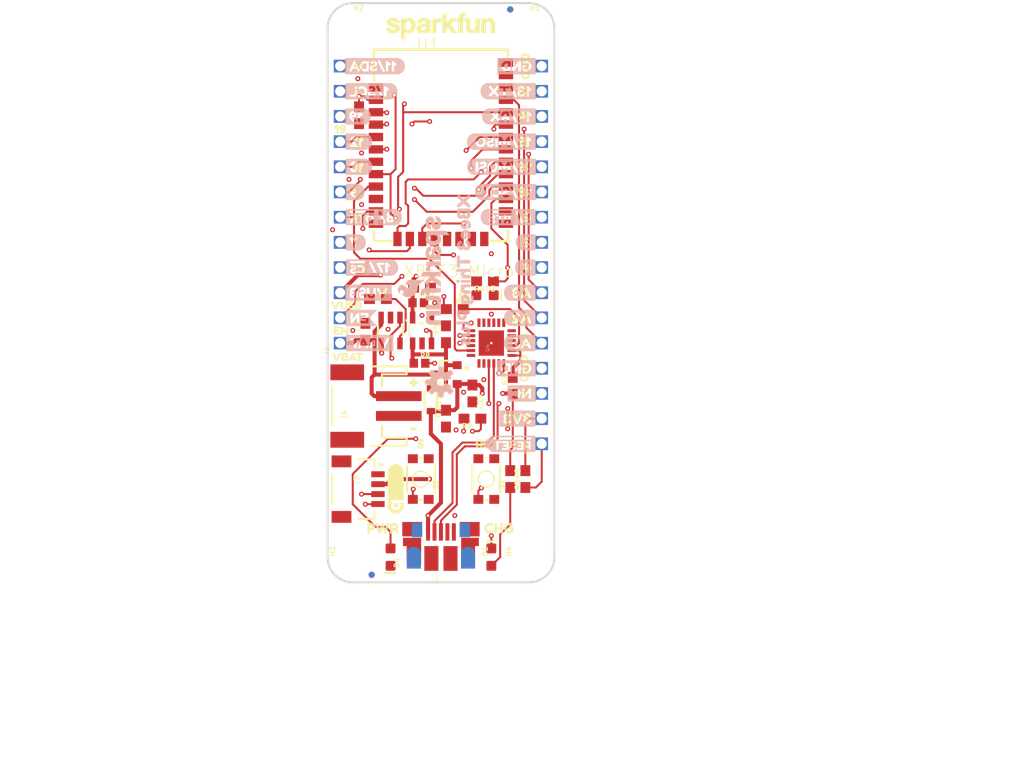
<source format=kicad_pcb>
(kicad_pcb (version 20211014) (generator pcbnew)
  (layers (0 "F.Cu" signal) (1 "In1.Cu" signal) (2 "In2.Cu" signal) (31 "B.Cu" signal) (34 "B.Paste" user) (35 "F.Paste" user) (36 "B.SilkS" user "B.Silkscreen") (37 "F.SilkS" user "F.Silkscreen") (38 "B.Mask" user) (39 "F.Mask" user) (44 "Edge.Cuts" user))
  (net 0 "")
  (net 1 "~{RST}")
  (net 2 "D7")
  (net 3 "D6")
  (net 4 "D8")
  (net 5 "A0")
  (net 6 "A2")
  (net 7 "A3")
  (net 8 "D10")
  (net 9 "D11")
  (net 10 "D1")
  (net 11 "MISO")
  (net 12 "MOSI")
  (net 13 "SCK")
  (net 14 "D4")
  (net 15 "D5")
  (net 16 "D9")
  (net 17 "D12")
  (net 18 "D19")
  (net 19 "GND")
  (net 20 "3.3V")
  (net 21 "V_USB")
  (net 22 "D-")
  (net 23 "D+")
  (net 24 "N$2")
  (net 25 "D13")
  (net 26 "D14")
  (net 27 "N$3")
  (net 28 "V_BATT")
  (net 29 "EN")
  (net 30 "N$17")
  (net 31 "CHG")
  (net 32 "N$14")
  (net 33 "N$4")
  (net 34 "N$5")
  (net 35 "N$6")
  (net 36 "D17")
  (net 37 "N$1")
  (footprint "boardEagle:CREATIVE_COMMONS" (layer "F.Cu") (at 124.3711 153.2636)
    (fp_text reference "FRAME1" hide)
    (fp_text value "FRAME-LETTER" hide)
  )
  (footprint "boardEagle:185" (layer "F.Cu") (at 155.3591 94.8436)
    (fp_text reference "U$34" hide)
    (fp_text value "" hide)
  )
  (footprint "boardEagle:1X12_SM_SQ_NOSILK" (layer "F.Cu") (at 138.3411 110.0836 90)
    (fp_text reference "J1")
    (fp_text value "")
  )
  (footprint "boardEagle:SOT23-5" (layer "F.Cu") (at 146.5961 108.8136)
    (fp_text reference "U3")
    (fp_text value "AP2112K-3.3V")
  )
  (footprint "boardEagle:TACTILE_SWITCH_SMD_4.6X2.8MM" (layer "F.Cu") (at 153.0731 123.7996 -90)
    (fp_text reference "S1")
    (fp_text value "RESET")
  )
  (footprint "boardEagle:51" (layer "F.Cu") (at 145.3261 120.2436)
    (fp_text reference "U$57" hide)
    (fp_text value "" hide)
  )
  (footprint "boardEagle:0402" (layer "F.Cu") (at 146.2151 106.0196)
    (fp_text reference "C10")
    (fp_text value "1.0uF")
  )
  (footprint "boardEagle:921" (layer "F.Cu") (at 138.8491 94.8436)
    (fp_text reference "U$50" hide)
    (fp_text value "" hide)
  )
  (footprint "boardEagle:131" (layer "F.Cu") (at 155.3591 84.6836)
    (fp_text reference "U$30" hide)
    (fp_text value "" hide)
  )
  (footprint "boardEagle:1X16_SM_SQ_NOSILK" (layer "F.Cu") (at 158.6611 120.2436 90)
    (fp_text reference "J2")
    (fp_text value "")
  )
  (footprint "boardEagle:LED-0603" (layer "F.Cu") (at 152.9461 105.2576)
    (fp_text reference "D3")
    (fp_text value "BLUE")
  )
  (footprint "boardEagle:SOT23-3@1" (layer "F.Cu") (at 149.1361 113.2586 90)
    (fp_text reference "Q1")
    (fp_text value "2.5A/30V")
  )
  (footprint "boardEagle:SFE_LOGO_NAME_.1" (layer "F.Cu") (at 148.5011 78.2066)
    (fp_text reference "U$20" hide)
    (fp_text value "" hide)
  )
  (footprint "boardEagle:PWR0" (layer "F.Cu") (at 140.1191 128.7526)
    (fp_text reference "U$56" hide)
    (fp_text value "" hide)
  )
  (footprint "boardEagle:NC13" (layer "F.Cu") (at 156.8831 116.8146 90)
    (fp_text reference "U$42" hide)
    (fp_text value "" hide)
  )
  (footprint "boardEagle:QFN24" (layer "F.Cu") (at 153.5811 110.0836 90)
    (fp_text reference "U4")
    (fp_text value "CP210X")
  )
  (footprint "boardEagle:CHG1" (layer "F.Cu") (at 151.9301 128.7526)
    (fp_text reference "U$61" hide)
    (fp_text value "" hide)
  )
  (footprint "boardEagle:0603" (layer "F.Cu") (at 140.8811 108.9406 90)
    (fp_text reference "C6")
    (fp_text value "4.7uF")
  )
  (footprint "boardEagle:0603" (layer "F.Cu") (at 149.0091 109.1946 90)
    (fp_text reference "C7")
    (fp_text value "1.0uF")
  )
  (footprint "boardEagle:1116" (layer "F.Cu") (at 138.7221 82.1436)
    (fp_text reference "U$45" hide)
    (fp_text value "" hide)
  )
  (footprint "boardEagle:0603" (layer "F.Cu") (at 155.4861 123.7996 -90)
    (fp_text reference "R3")
    (fp_text value "1k")
  )
  (footprint "boardEagle:LED-0603" (layer "F.Cu") (at 153.5811 131.6736 90)
    (fp_text reference "D1")
    (fp_text value "Yellow")
  )
  (footprint "boardEagle:0603" (layer "F.Cu") (at 149.8981 106.6546)
    (fp_text reference "R1")
    (fp_text value "1k")
  )
  (footprint "boardEagle:#2" (layer "F.Cu") (at 144.1831 118.4656)
    (fp_text reference "U$66" hide)
    (fp_text value "" hide)
  )
  (footprint "boardEagle:1219" (layer "F.Cu") (at 138.8491 89.7636)
    (fp_text reference "U$48" hide)
    (fp_text value "" hide)
  )
  (footprint "boardEagle:#RST15" (layer "F.Cu") (at 154.4701 120.1166)
    (fp_text reference "U$44" hide)
    (fp_text value "" hide)
  )
  (footprint "boardEagle:A39" (layer "F.Cu") (at 154.8511 105.0036)
    (fp_text reference "U$38" hide)
    (fp_text value "" hide)
  )
  (footprint "boardEagle:164" (layer "F.Cu") (at 155.3591 92.3036)
    (fp_text reference "U$33" hide)
    (fp_text value "" hide)
  )
  (footprint "boardEagle:SOD-323" (layer "F.Cu") (at 147.4851 115.7986 -90)
    (fp_text reference "D2")
    (fp_text value "1A/620mV")
  )
  (footprint "boardEagle:STAND-OFF" (layer "F.Cu") (at 139.6111 131.6736 90)
    (fp_text reference "H3")
    (fp_text value "STAND-OFF")
  )
  (footprint "boardEagle:0603" (layer "F.Cu") (at 151.6761 117.7036 180)
    (fp_text reference "R9")
    (fp_text value "1k")
  )
  (footprint "boardEagle:0603" (layer "F.Cu") (at 140.2461 87.0966 -90)
    (fp_text reference "C1")
    (fp_text value "1.0uF")
  )
  (footprint "boardEagle:0603" (layer "F.Cu") (at 152.9461 103.8606 180)
    (fp_text reference "R4")
    (fp_text value "1k")
  )
  (footprint "boardEagle:SOT23-5" (layer "F.Cu") (at 143.4211 108.8136 180)
    (fp_text reference "U2")
    (fp_text value "MCP73831")
  )
  (footprint "boardEagle:QWIIC_5MM" (layer "F.Cu") (at 143.9291 124.8156 90)
    (fp_text reference "U$63" hide)
    (fp_text value "QWIIC_LOGO_5MM" hide)
  )
  (footprint "boardEagle:0603" (layer "F.Cu") (at 151.6761 115.1636 -90)
    (fp_text reference "C19")
    (fp_text value "4.7uF")
  )
  (footprint "boardEagle:1020" (layer "F.Cu") (at 138.8491 92.3036)
    (fp_text reference "U$49" hide)
    (fp_text value "" hide)
  )
  (footprint "boardEagle:0603" (layer "F.Cu") (at 149.0091 117.7036 90)
    (fp_text reference "R7")
    (fp_text value "10k")
  )
  (footprint "boardEagle:A210" (layer "F.Cu") (at 154.8511 107.5436)
    (fp_text reference "U$39" hide)
    (fp_text value "" hide)
  )
  (footprint "boardEagle:FIDUCIAL-MICRO" (layer "F.Cu") (at 141.5161 133.4516)
    (fp_text reference "FD1" hide)
    (fp_text value "FIDUCIALUFIDUCIAL" hide)
  )
  (footprint "boardEagle:STAND-OFF" (layer "F.Cu") (at 157.3911 131.6736 90)
    (fp_text reference "H4")
    (fp_text value "STAND-OFF")
  )
  (footprint "boardEagle:66" (layer "F.Cu") (at 155.8671 97.3836)
    (fp_text reference "U$35" hide)
    (fp_text value "" hide)
  )
  (footprint "boardEagle:57" (layer "F.Cu") (at 155.7401 99.9236)
    (fp_text reference "U$36" hide)
    (fp_text value "" hide)
  )
  (footprint "boardEagle:STAND-OFF" (layer "F.Cu") (at 139.6111 78.3336)
    (fp_text reference "H2")
    (fp_text value "STAND-OFF")
  )
  (footprint "boardEagle:0402" (layer "F.Cu") (at 146.3421 112.1156)
    (fp_text reference "R8")
    (fp_text value "100K")
  )
  (footprint "boardEagle:LED-0603" (layer "F.Cu") (at 143.4211 131.6736 -90)
    (fp_text reference "D4")
    (fp_text value "RED")
  )
  (footprint "boardEagle:0603" (layer "F.Cu") (at 142.1511 105.6386)
    (fp_text reference "R6")
    (fp_text value "2.0k")
  )
  (footprint "boardEagle:XBEE3" (layer "F.Cu") (at 148.5011 90.1446)
    (fp_text reference "U1")
    (fp_text value "XBEE3_Micro")
  )
  (footprint "boardEagle:1918" (layer "F.Cu") (at 136.9441 88.4936)
    (fp_text reference "U$47" hide)
    (fp_text value "" hide)
  )
  (footprint "boardEagle:TACTILE_SWITCH_SMD_4.6X2.8MM" (layer "F.Cu") (at 146.4691 123.7996 -90)
    (fp_text reference "S2")
    (fp_text value "5")
  )
  (footprint "boardEagle:EN3" (layer "F.Cu") (at 136.9441 108.8136)
    (fp_text reference "U$55" hide)
    (fp_text value "" hide)
  )
  (footprint "boardEagle:FIDUCIAL-MICRO" (layer "F.Cu") (at 155.4861 76.4286)
    (fp_text reference "FD3" hide)
    (fp_text value "FIDUCIALUFIDUCIAL" hide)
  )
  (footprint "boardEagle:0603" (layer "F.Cu") (at 157.0101 123.7996 90)
    (fp_text reference "R5")
    (fp_text value "10k")
  )
  (footprint "boardEagle:RST0" (layer "F.Cu") (at 151.1681 120.2436)
    (fp_text reference "U$58" hide)
    (fp_text value "" hide)
  )
  (footprint "boardEagle:VBAT2" (layer "F.Cu") (at 136.8171 111.4806)
    (fp_text reference "U$60" hide)
    (fp_text value "" hide)
  )
  (footprint "boardEagle:JST04_1MM_RA" (layer "F.Cu") (at 142.1511 124.8156 -90)
    (fp_text reference "J3")
    (fp_text value "")
  )
  (footprint "boardEagle:USB-MICROB-PTH-MILL" (layer "F.Cu") (at 148.5011 129.1336)
    (fp_text reference "J5")
    (fp_text value "")
  )
  (footprint "boardEagle:GND12" (layer "F.Cu") (at 156.8831 114.7826 90)
    (fp_text reference "U$41" hide)
    (fp_text value "" hide)
  )
  (footprint "boardEagle:117" (layer "F.Cu") (at 138.8491 84.6836)
    (fp_text reference "U$46" hide)
    (fp_text value "" hide)
  )
  (footprint "boardEagle:STAND-OFF" (layer "F.Cu") (at 157.3911 78.3336)
    (fp_text reference "H1")
    (fp_text value "STAND-OFF")
  )
  (footprint "boardEagle:170" (layer "F.Cu") (at 138.8491 102.4636)
    (fp_text reference "U$29" hide)
    (fp_text value "" hide)
  )
  (footprint "boardEagle:822" (layer "F.Cu") (at 138.8491 97.3836)
    (fp_text reference "U$51" hide)
    (fp_text value "" hide)
  )
  (footprint "boardEagle:JST-2-SMD" (layer "F.Cu") (at 140.5509 116.4336 90)
    (fp_text reference "J4")
    (fp_text value "")
  )
  (footprint "boardEagle:0603" (layer "F.Cu") (at 155.7401 114.4016 90)
    (fp_text reference "R2")
    (fp_text value "10")
  )
  (footprint "boardEagle:3V314" (layer "F.Cu") (at 154.0891 117.7036)
    (fp_text reference "U$43" hide)
    (fp_text value "" hide)
  )
  (footprint "boardEagle:153" (layer "F.Cu") (at 155.2321 89.7636)
    (fp_text reference "U$32" hide)
    (fp_text value "" hide)
  )
  (footprint "boardEagle:#1" (layer "F.Cu") (at 144.1831 113.8936)
    (fp_text reference "U$64" hide)
    (fp_text value "" hide)
  )
  (footprint "boardEagle:142" (layer "F.Cu") (at 155.3591 87.2236)
    (fp_text reference "U$31" hide)
    (fp_text value "" hide)
  )
  (footprint "boardEagle:VUSB4" (layer "F.Cu") (at 136.6901 106.2736)
    (fp_text reference "U$54" hide)
    (fp_text value "" hide)
  )
  (footprint "boardEagle:GND12" (layer "F.Cu") (at 157.0101 84.3026 90)
    (fp_text reference "U$62" hide)
    (fp_text value "" hide)
  )
  (footprint "boardEagle:723" (layer "F.Cu") (at 138.8491 99.9236)
    (fp_text reference "U$52" hide)
    (fp_text value "" hide)
  )
  (footprint "boardEagle:44" (layer "F.Cu") (at 149.3901 105.2576)
    (fp_text reference "U$59" hide)
    (fp_text value "" hide)
  )
  (footprint "boardEagle:48" (layer "F.Cu") (at 155.8671 102.4636)
    (fp_text reference "U$37" hide)
    (fp_text value "" hide)
  )
  (footprint "boardEagle:0603" (layer "F.Cu") (at 146.5961 104.4956)
    (fp_text reference "C2")
    (fp_text value "10uF")
  )
  (footprint "boardEagle:A011" (layer "F.Cu") (at 156.8831 111.6076 90)
    (fp_text reference "U$40" hide)
    (fp_text value "" hide)
  )
  (footprint "boardEagle:#RTS1" (layer "B.Cu") (at 156.6291 97.3836 180)
    (fp_text reference "U$68" hide)
    (fp_text value "" hide)
  )
  (footprint "boardEagle:#DTR3" (layer "B.Cu") (at 142.7861 97.3836 180)
    (fp_text reference "U$69" hide)
    (fp_text value "" hide)
  )
  (footprint "boardEagle:47" (layer "B.Cu") (at 158.5341 102.4636 180)
    (fp_text reference "U$8" hide)
    (fp_text value "" hide)
  )
  (footprint "boardEagle:17#4" (layer "B.Cu") (at 144.3101 102.4636 180)
    (fp_text reference "U$71" hide)
    (fp_text value "" hide)
  )
  (footprint "boardEagle:14#RX13" (layer "B.Cu") (at 158.5341 87.2236 180)
    (fp_text reference "U$14" hide)
    (fp_text value "" hide)
  )
  (footprint "boardEagle:OSHW-LOGO-S" (layer "B.Cu") (at 148.5011 114.0206 -90)
    (fp_text reference "LOGO2" hide)
    (fp_text value "OSHW-LOGOS" hide)
  )
  (footprint "boardEagle:FIDUCIAL-MICRO" (layer "B.Cu") (at 141.5161 133.4516 180)
    (fp_text reference "FD2" hide)
    (fp_text value "FIDUCIALUFIDUCIAL" hide)
  )
  (footprint "boardEagle:921" (layer "B.Cu") (at 140.8811 94.8436 180)
    (fp_text reference "U$23" hide)
    (fp_text value "" hide)
  )
  (footprint "boardEagle:EN17" (layer "B.Cu") (at 142.1511 107.5436 180)
    (fp_text reference "U$18" hide)
    (fp_text value "" hide)
  )
  (footprint "boardEagle:8#2" (layer "B.Cu") (at 144.6911 97.3836 180)
    (fp_text reference "U$70" hide)
    (fp_text value "" hide)
  )
  (footprint "boardEagle:13#TX14" (layer "B.Cu") (at 158.5341 84.6836 180)
    (fp_text reference "U$15" hide)
    (fp_text value "" hide)
  )
  (footprint "boardEagle:15#MISO12" (layer "B.Cu") (at 158.5341 89.7636 180)
    (fp_text reference "U$13" hide)
    (fp_text value "" hide)
  )
  (footprint "boardEagle:GND3" (layer "B.Cu") (at 158.5341 112.6236 180)
    (fp_text reference "U$4" hide)
    (fp_text value "" hide)
  )
  (footprint "boardEagle:3V31" (layer "B.Cu") (at 158.5341 117.7036 180)
    (fp_text reference "U$2" hide)
    (fp_text value "" hide)
  )
  (footprint "boardEagle:FIDUCIAL-MICRO" (layer "B.Cu") (at 155.4861 76.4286 180)
    (fp_text reference "FD4" hide)
    (fp_text value "FIDUCIALUFIDUCIAL" hide)
  )
  (footprint "boardEagle:A26" (layer "B.Cu") (at 158.5341 107.5436 180)
    (fp_text reference "U$6" hide)
    (fp_text value "" hide)
  )
  (footprint "boardEagle:VUSB18" (layer "B.Cu") (at 144.0561 105.0036 180)
    (fp_text reference "U$19" hide)
    (fp_text value "" hide)
  )
  (footprint "boardEagle:1#SCL25" (layer "B.Cu") (at 144.1831 84.6836 180)
    (fp_text reference "U$27" hide)
    (fp_text value "" hide)
  )
  (footprint "boardEagle:6#0" (layer "B.Cu") (at 158.5341 97.3836 180)
    (fp_text reference "U$67" hide)
    (fp_text value "" hide)
  )
  (footprint "boardEagle:NC2" (layer "B.Cu") (at 158.5341 115.1636 180)
    (fp_text reference "U$3" hide)
    (fp_text value "" hide)
  )
  (footprint "boardEagle:16#MOSI11" (layer "B.Cu") (at 158.5976 92.3036 180)
    (fp_text reference "U$12" hide)
    (fp_text value "" hide)
  )
  (footprint "boardEagle:GND3" (layer "B.Cu") (at 158.5341 82.1436 180)
    (fp_text reference "U$16" hide)
    (fp_text value "" hide)
  )
  (footprint "boardEagle:58" (layer "B.Cu") (at 158.5341 99.9236 180)
    (fp_text reference "U$9" hide)
    (fp_text value "" hide)
  )
  (footprint "boardEagle:1022" (layer "B.Cu") (at 141.6431 92.3036 180)
    (fp_text reference "U$24" hide)
    (fp_text value "" hide)
  )
  (footprint "boardEagle:#CS5" (layer "B.Cu") (at 141.8971 102.4636 180)
    (fp_text reference "U$72" hide)
    (fp_text value "" hide)
  )
  (footprint "boardEagle:SFE_LOGO_NAME_FLAME_.1" (layer "B.Cu") (at 147.8661 102.8446 -90)
    (fp_text reference "LOGO1" hide)
    (fp_text value "SFE_LOGO_NAME_FLAME.1_INCH" hide)
  )
  (footprint "boardEagle:1924" (layer "B.Cu") (at 141.5161 87.2236 180)
    (fp_text reference "U$26" hide)
    (fp_text value "" hide)
  )
  (footprint "boardEagle:1223" (layer "B.Cu") (at 141.6431 89.7636 180)
    (fp_text reference "U$25" hide)
    (fp_text value "" hide)
  )
  (footprint "boardEagle:A35" (layer "B.Cu") (at 158.5341 105.0036 180)
    (fp_text reference "U$7" hide)
    (fp_text value "" hide)
  )
  (footprint "boardEagle:#RESET0" (layer "B.Cu") (at 158.6611 120.2436 180)
    (fp_text reference "U$1" hide)
    (fp_text value "" hide)
  )
  (footprint "boardEagle:719" (layer "B.Cu") (at 141.0081 99.9236 180)
    (fp_text reference "U$21" hide)
    (fp_text value "" hide)
  )
  (footprint "boardEagle:VBAT16" (layer "B.Cu") (at 144.1831 110.0836 180)
    (fp_text reference "U$17" hide)
    (fp_text value "" hide)
  )
  (footprint "boardEagle:18#SCK10" (layer "B.Cu") (at 158.5341 94.8436 180)
    (fp_text reference "U$11" hide)
    (fp_text value "" hide)
  )
  (footprint "boardEagle:XBEE3_THING_PLUS0" (layer "B.Cu") (at 150.7871 93.9546 -90)
    (fp_text reference "U$65" hide)
    (fp_text value "" hide)
  )
  (footprint "boardEagle:11#SDA26" (layer "B.Cu") (at 144.9451 82.1436 180)
    (fp_text reference "U$28" hide)
    (fp_text value "" hide)
  )
  (footprint "boardEagle:A04" (layer "B.Cu") (at 158.5341 110.0836 180)
    (fp_text reference "U$5" hide)
    (fp_text value "" hide)
  )
  (gr_arc (start 157.3911 75.7936) (mid 159.187151 76.537549) (end 159.9311 78.3336) (layer "Edge.Cuts") (width 0.2032))
  (gr_arc (start 137.0711 78.3336) (mid 137.815049 76.537549) (end 139.6111 75.7936) (layer "Edge.Cuts") (width 0.2032))
  (gr_line (start 157.3911 75.7936) (end 139.6111 75.7936) (layer "Edge.Cuts") (width 0.2032))
  (gr_line (start 159.9311 131.6736) (end 159.9311 78.3336) (layer "Edge.Cuts") (width 0.2032))
  (gr_arc (start 159.9311 131.6736) (mid 159.187151 133.469651) (end 157.3911 134.2136) (layer "Edge.Cuts") (width 0.2032))
  (gr_line (start 139.6111 134.2136) (end 157.3911 134.2136) (layer "Edge.Cuts") (width 0.2032))
  (gr_arc (start 139.6111 134.2136) (mid 137.815049 133.469651) (end 137.0711 131.6736) (layer "Edge.Cuts") (width 0.2032))
  (gr_line (start 137.0711 78.3336) (end 137.0711 131.6736) (layer "Edge.Cuts") (width 0.2032))
  (segment (start 143.0401 90.545919) (end 143.0401 90.5256) (width 0.2032) (layer "F.Cu") (net 1))
  (segment (start 152.2731 125.8496) (end 152.2731 124.9806) (width 0.2032) (layer "F.Cu") (net 1))
  (segment (start 158.6611 124.0536) (end 158.6611 120.2436) (width 0.2032) (layer "F.Cu") (net 1))
  (segment (start 157.0101 124.6496) (end 158.0651 124.6496) (width 0.2032) (layer "F.Cu") (net 1))
  (segment (start 152.2731 124.9806) (end 152.5651 124.6886) (width 0.2032) (layer "F.Cu") (net 1))
  (segment (start 141.9479 90.545919) (end 143.0401 90.545919) (width 0.2032) (layer "F.Cu") (net 1))
  (segment (start 158.0651 124.6496) (end 158.6611 124.0536) (width 0.2032) (layer "F.Cu") (net 1))
  (via blind (at 152.5651 124.6886) (size 0.508) (drill 0.254) (layers "F.Cu" "In1.Cu") (net 1))
  (via blind (at 143.0401 90.5256) (size 0.508) (drill 0.254) (layers "F.Cu" "In1.Cu") (net 1))
  (segment (start 155.0543 94.29496) (end 153.74874 94.29496) (width 0.2032) (layer "F.Cu") (net 2))
  (segment (start 153.3779 95.1738) (end 151.71674 96.83496) (width 0.2032) (layer "F.Cu") (net 2))
  (segment (start 151.71674 96.83496) (end 147.063459 96.83496) (width 0.2032) (layer "F.Cu") (net 2))
  (segment (start 153.3779 94.6658) (end 153.3779 95.1738) (width 0.2032) (layer "F.Cu") (net 2))
  (segment (start 145.8341 95.6056) (end 147.063459 96.83496) (width 0.2032) (layer "F.Cu") (net 2))
  (segment (start 153.74874 94.29496) (end 153.3779 94.6658) (width 0.2032) (layer "F.Cu") (net 2))
  (via blind (at 145.8341 95.6056) (size 0.508) (drill 0.254) (layers "F.Cu" "In1.Cu") (net 2))
  (segment (start 152.6921 90.545919) (end 151.5491 91.688919) (width 0.2032) (layer "F.Cu") (net 3))
  (segment (start 155.0543 90.545919) (end 152.6921 90.545919) (width 0.2032) (layer "F.Cu") (net 3))
  (segment (start 150.9141 108.0516) (end 150.7871 108.1786) (width 0.2032) (layer "F.Cu") (net 3))
  (segment (start 150.7871 108.6866) (end 150.7871 108.1786) (width 0.2032) (layer "F.Cu") (net 3))
  (segment (start 150.9141 108.0516) (end 151.5491 108.0516) (width 0.2032) (layer "F.Cu") (net 3))
  (segment (start 151.5491 91.688919) (end 151.5491 92.450919) (width 0.2032) (layer "F.Cu") (net 3))
  (segment (start 151.5311 108.8336) (end 150.9341 108.8336) (width 0.2032) (layer "F.Cu") (net 3))
  (segment (start 150.9341 108.8336) (end 150.7871 108.6866) (width 0.2032) (layer "F.Cu") (net 3))
  (via blind (at 151.5491 92.450919) (size 0.508) (drill 0.254) (layers "F.Cu" "In1.Cu") (net 3))
  (via blind (at 151.5491 108.0516) (size 0.508) (drill 0.254) (layers "F.Cu" "In1.Cu") (net 3))
  (segment (start 138.3411 97.3836) (end 139.7381 97.3836) (width 0.2032) (layer "F.Cu") (net 4))
  (segment (start 140.3731 101.5746) (end 147.3073 101.5746) (width 0.2032) (layer "F.Cu") (net 4))
  (segment (start 139.7381 95.7326) (end 139.7381 97.3836) (width 0.2032) (layer "F.Cu") (net 4))
  (segment (start 147.3073 101.5746) (end 149.8981 104.1654) (width 0.2032) (layer "F.Cu") (net 4))
  (segment (start 151.5311 110.8336) (end 150.0893 110.8336) (width 0.2032) (layer "F.Cu") (net 4))
  (segment (start 139.7381 100.9396) (end 140.3731 101.5746) (width 0.2032) (layer "F.Cu") (net 4))
  (segment (start 150.0893 110.8336) (end 149.8981 110.6424) (width 0.2032) (layer "F.Cu") (net 4))
  (segment (start 149.8981 110.6424) (end 149.8981 104.1654) (width 0.2032) (layer "F.Cu") (net 4))
  (segment (start 141.9479 94.29496) (end 141.17574 94.29496) (width 0.2032) (layer "F.Cu") (net 4))
  (segment (start 139.7381 97.3836) (end 139.7381 100.9396) (width 0.2032) (layer "F.Cu") (net 4))
  (segment (start 141.17574 94.29496) (end 139.7381 95.7326) (width 0.2032) (layer "F.Cu") (net 4))
  (segment (start 157.1117 107.2642) (end 156.3751 106.5276) (width 0.2032) (layer "F.Cu") (net 5))
  (segment (start 155.8417 85.5472) (end 156.3751 86.0806) (width 0.2032) (layer "F.Cu") (net 5))
  (segment (start 155.0543 85.5472) (end 155.8417 85.5472) (width 0.2032) (layer "F.Cu") (net 5))
  (segment (start 158.6611 110.0836) (end 157.1117 108.5342) (width 0.2032) (layer "F.Cu") (net 5))
  (segment (start 157.1117 108.5342) (end 157.1117 107.2642) (width 0.2032) (layer "F.Cu") (net 5))
  (segment (start 156.3751 86.0806) (end 156.3751 106.5276) (width 0.2032) (layer "F.Cu") (net 5))
  (segment (start 153.8351 88.2396) (end 153.8351 88.4936) (width 0.2032) (layer "F.Cu") (net 6))
  (segment (start 156.8831 88.4936) (end 156.8831 105.7656) (width 0.2032) (layer "F.Cu") (net 6))
  (segment (start 154.02814 88.04656) (end 153.8351 88.2396) (width 0.2032) (layer "F.Cu") (net 6))
  (segment (start 155.0543 88.04656) (end 154.02814 88.04656) (width 0.2032) (layer "F.Cu") (net 6))
  (segment (start 156.8831 105.7656) (end 158.6611 107.5436) (width 0.2032) (layer "F.Cu") (net 6))
  (via blind (at 156.8831 88.4936) (size 0.508) (drill 0.254) (layers "F.Cu" "In1.Cu") (net 6))
  (via blind (at 153.8351 88.4936) (size 0.508) (drill 0.254) (layers "F.Cu" "In1.Cu") (net 6))
  (segment (start 152.397459 89.296241) (end 151.0411 90.6526) (width 0.2032) (layer "F.Cu") (net 7))
  (segment (start 157.3403 91.0336) (end 157.3403 103.6828) (width 0.2032) (layer "F.Cu") (net 7))
  (segment (start 155.0543 89.296241) (end 152.397459 89.296241) (width 0.2032) (layer "F.Cu") (net 7))
  (segment (start 157.3403 103.6828) (end 158.6611 105.0036) (width 0.2032) (layer "F.Cu") (net 7))
  (via blind (at 157.3403 91.0336) (size 0.508) (drill 0.254) (layers "F.Cu" "In1.Cu") (net 7))
  (via blind (at 151.0411 90.6526) (size 0.508) (drill 0.254) (layers "F.Cu" "In1.Cu") (net 7))
  (segment (start 141.9479 91.7956) (end 140.1191 91.7956) (width 0.2032) (layer "F.Cu") (net 8))
  (segment (start 139.6111 92.3036) (end 138.3411 92.3036) (width 0.2032) (layer "F.Cu") (net 8))
  (segment (start 140.1191 91.7956) (end 139.6111 92.3036) (width 0.2032) (layer "F.Cu") (net 8))
  (segment (start 143.4211 96.982282) (end 143.9291 97.490282) (width 0.2032) (layer "F.Cu") (net 9))
  (segment (start 143.8021 85.0646) (end 143.9291 85.0646) (width 0.2032) (layer "F.Cu") (net 9))
  (segment (start 143.4211 93.045282) (end 143.4211 96.982282) (width 0.2032) (layer "F.Cu") (net 9))
  (segment (start 140.5001 125.3156) (end 140.5001 125.3236) (width 0.2032) (layer "F.Cu") (net 9))
  (segment (start 141.9479 93.045282) (end 143.4211 93.045282) (width 0.2032) (layer "F.Cu") (net 9))
  (segment (start 143.9291 85.0646) (end 143.9291 92.537282) (width 0.2032) (layer "F.Cu") (net 9))
  (segment (start 142.1511 125.3156) (end 140.5001 125.3156) (width 0.2032) (layer "F.Cu") (net 9))
  (segment (start 143.4211 93.045282) (end 143.9291 92.537282) (width 0.2032) (layer "F.Cu") (net 9))
  (via blind (at 143.8021 85.0646) (size 0.508) (drill 0.254) (layers "F.Cu" "In1.Cu") (net 9))
  (via blind (at 140.5001 125.3236) (size 0.508) (drill 0.254) (layers "F.Cu" "In1.Cu") (net 9))
  (via blind (at 143.9291 97.490282) (size 0.508) (drill 0.254) (layers "F.Cu" "In1.Cu") (net 9))
  (segment (start 155.0543 86.796882) (end 144.6911 86.796882) (width 0.2032) (layer "F.Cu") (net 10))
  (segment (start 142.1511 126.3156) (end 142.1511 126.3396) (width 0.2032) (layer "F.Cu") (net 10))
  (segment (start 144.6911 86.0806) (end 144.8181 85.9536) (width 0.2032) (layer "F.Cu") (net 10))
  (segment (start 144.6911 86.0806) (end 144.6911 86.796882) (width 0.2032) (layer "F.Cu") (net 10))
  (segment (start 144.6911 92.8116) (end 144.1831 93.3196) (width 0.2032) (layer "F.Cu") (net 10))
  (segment (start 144.1831 93.3196) (end 144.1831 96.448882) (width 0.2032) (layer "F.Cu") (net 10))
  (segment (start 142.1511 126.3396) (end 140.8811 126.3396) (width 0.2032) (layer "F.Cu") (net 10))
  (segment (start 144.6911 92.8116) (end 144.6911 86.796882) (width 0.2032) (layer "F.Cu") (net 10))
  (segment (start 144.1831 96.448882) (end 144.3101 96.575882) (width 0.2032) (layer "F.Cu") (net 10))
  (via blind (at 140.8811 126.3396) (size 0.508) (drill 0.254) (layers "F.Cu" "In1.Cu") (net 10))
  (via blind (at 144.8181 85.9536) (size 0.508) (drill 0.254) (layers "F.Cu" "In1.Cu") (net 10))
  (via blind (at 144.3101 96.575882) (size 0.508) (drill 0.254) (layers "F.Cu" "In1.Cu") (net 10))
  (segment (start 149.7711 101.1936) (end 148.2471 101.1936) (width 0.2032) (layer "F.Cu") (net 11))
  (segment (start 147.86864 99.5807) (end 147.86864 100.815141) (width 0.2032) (layer "F.Cu") (net 11))
  (segment (start 148.2471 101.1936) (end 147.86864 100.815141) (width 0.2032) (layer "F.Cu") (net 11))
  (via blind (at 149.7711 101.1936) (size 0.508) (drill 0.254) (layers "F.Cu" "In1.Cu") (net 11))
  (segment (start 150.7871 98.0186) (end 147.1041 98.0186) (width 0.2032) (layer "F.Cu") (net 12))
  (segment (start 147.1041 98.0186) (end 146.618959 98.503741) (width 0.2032) (layer "F.Cu") (net 12))
  (segment (start 146.618959 98.503741) (end 146.618959 99.5807) (width 0.2032) (layer "F.Cu") (net 12))
  (via blind (at 150.7871 98.0186) (size 0.508) (drill 0.254) (layers "F.Cu" "In1.Cu") (net 12))
  (segment (start 144.1196 98.4631) (end 144.3101 98.2726) (width 0.2032) (layer "F.Cu") (net 13))
  (segment (start 145.1991 96.2406) (end 144.9451 95.9866) (width 0.2032) (layer "F.Cu") (net 13))
  (segment (start 151.8031 93.5736) (end 145.1991 93.5736) (width 0.2032) (layer "F.Cu") (net 13))
  (segment (start 144.9451 98.2726) (end 145.1991 98.0186) (width 0.2032) (layer "F.Cu") (net 13))
  (segment (start 144.9451 93.8276) (end 144.9451 95.9866) (width 0.2032) (layer "F.Cu") (net 13))
  (segment (start 145.1991 93.5736) (end 144.9451 93.8276) (width 0.2032) (layer "F.Cu") (net 13))
  (segment (start 152.5651 92.8116) (end 151.8031 93.5736) (width 0.2032) (layer "F.Cu") (net 13))
  (segment (start 145.1991 98.0186) (end 145.1991 96.2406) (width 0.2032) (layer "F.Cu") (net 13))
  (segment (start 144.3101 98.2726) (end 144.9451 98.2726) (width 0.2032) (layer "F.Cu") (net 13))
  (segment (start 144.1196 99.5807) (end 144.1196 98.4631) (width 0.2032) (layer "F.Cu") (net 13))
  (via blind (at 152.5651 92.8116) (size 0.508) (drill 0.254) (layers "F.Cu" "In1.Cu") (net 13))
  (segment (start 155.2321 102.4636) (end 155.2321 100.1776) (width 0.2032) (layer "F.Cu") (net 14))
  (segment (start 155.2321 103.5676) (end 154.9391 103.8606) (width 0.2032) (layer "F.Cu") (net 14))
  (segment (start 154.023059 95.544641) (end 155.0543 95.544641) (width 0.2032) (layer "F.Cu") (net 14))
  (segment (start 155.2321 103.5676) (end 155.2321 102.4636) (width 0.2032) (layer "F.Cu") (net 14))
  (segment (start 153.5811 98.5266) (end 153.5811 95.9866) (width 0.2032) (layer "F.Cu") (net 14))
  (segment (start 153.7961 103.8606) (end 154.9391 103.8606) (width 0.2032) (layer "F.Cu") (net 14))
  (segment (start 153.5811 95.9866) (end 154.023059 95.544641) (width 0.2032) (layer "F.Cu") (net 14))
  (segment (start 155.2321 100.1776) (end 153.5811 98.5266) (width 0.2032) (layer "F.Cu") (net 14))
  (via blind (at 155.2321 102.4636) (size 0.508) (drill 0.254) (layers "F.Cu" "In1.Cu") (net 14))
  (segment (start 153.9621 91.7956) (end 153.4541 92.3036) (width 0.2032) (layer "F.Cu") (net 15))
  (segment (start 153.4541 93.1926) (end 152.3111 94.3356) (width 0.2032) (layer "F.Cu") (net 15))
  (segment (start 155.0543 91.7956) (end 153.9621 91.7956) (width 0.2032) (layer "F.Cu") (net 15))
  (segment (start 145.6691 125.8496) (end 145.6691 124.8156) (width 0.2032) (layer "F.Cu") (net 15))
  (segment (start 152.3111 94.3356) (end 152.3111 94.5896) (width 0.2032) (layer "F.Cu") (net 15))
  (segment (start 155.2321 116.6876) (end 155.2321 118.7196) (width 0.2032) (layer "F.Cu") (net 15))
  (segment (start 145.6691 124.8156) (end 145.7071 124.8156) (width 0.2032) (layer "F.Cu") (net 15))
  (segment (start 153.4541 92.3036) (end 153.4541 93.1926) (width 0.2032) (layer "F.Cu") (net 15))
  (via blind (at 152.3111 94.5896) (size 0.508) (drill 0.254) (layers "F.Cu" "In1.Cu") (net 15))
  (via blind (at 155.2321 118.7196) (size 0.508) (drill 0.254) (layers "F.Cu" "In1.Cu") (net 15))
  (via blind (at 155.2321 116.6876) (size 0.508) (drill 0.254) (layers "F.Cu" "In1.Cu") (net 15))
  (via blind (at 145.7071 124.8156) (size 0.508) (drill 0.254) (layers "F.Cu" "In1.Cu") (net 15))
  (segment (start 140.3731 93.7006) (end 140.3731 93.5736) (width 0.2032) (layer "F.Cu") (net 16))
  (segment (start 152.9461 94.9706) (end 152.6921 95.2246) (width 0.2032) (layer "F.Cu") (net 16))
  (segment (start 145.9611 94.4626) (end 145.8341 94.4626) (width 0.2032) (layer "F.Cu") (net 16))
  (segment (start 155.0543 93.045282) (end 154.236418 93.045282) (width 0.2032) (layer "F.Cu") (net 16))
  (segment (start 154.236418 93.045282) (end 152.9461 94.3356) (width 0.2032) (layer "F.Cu") (net 16))
  (segment (start 139.2301 94.8436) (end 140.3731 93.7006) (width 0.2032) (layer "F.Cu") (net 16))
  (segment (start 138.3411 94.8436) (end 139.2301 94.8436) (width 0.2032) (layer "F.Cu") (net 16))
  (segment (start 146.7231 95.2246) (end 145.9611 94.4626) (width 0.2032) (layer "F.Cu") (net 16))
  (segment (start 152.6921 95.2246) (end 146.7231 95.2246) (width 0.2032) (layer "F.Cu") (net 16))
  (segment (start 152.9461 94.3356) (end 152.9461 94.9706) (width 0.2032) (layer "F.Cu") (net 16))
  (via blind (at 140.3731 93.5736) (size 0.508) (drill 0.254) (layers "F.Cu" "In1.Cu") (net 16))
  (via blind (at 145.8341 94.4626) (size 0.508) (drill 0.254) (layers "F.Cu" "In1.Cu") (net 16))
  (segment (start 139.4841 89.7636) (end 138.3411 89.7636) (width 0.2032) (layer "F.Cu") (net 17))
  (segment (start 139.951459 89.296241) (end 139.4841 89.7636) (width 0.2032) (layer "F.Cu") (net 17))
  (segment (start 141.9479 89.296241) (end 139.951459 89.296241) (width 0.2032) (layer "F.Cu") (net 17))
  (segment (start 141.089381 96.794319) (end 140.6271 97.2566) (width 0.2032) (layer "F.Cu") (net 18))
  (segment (start 140.6271 97.2566) (end 140.6271 98.5266) (width 0.2032) (layer "F.Cu") (net 18))
  (segment (start 141.9479 96.794319) (end 141.089381 96.794319) (width 0.2032) (layer "F.Cu") (net 18))
  (via blind (at 140.6271 98.5266) (size 0.508) (drill 0.254) (layers "F.Cu" "In1.Cu") (net 18))
  (segment (start 149.8011 127.4826) (end 149.8981 127.4826) (width 0.1524) (layer "F.Cu") (net 19))
  (via blind (at 149.8981 127.4826) (size 0.508) (drill 0.254) (layers "F.Cu" "In1.Cu") (net 19))
  (via blind (at 153.5811 110.0836) (size 0.508) (drill 0.254) (layers "F.Cu" "In1.Cu") (net 19))
  (via blind (at 139.6111 108.8136) (size 0.508) (drill 0.254) (layers "F.Cu" "In1.Cu") (net 19))
  (via blind (at 140.5001 96.1136) (size 0.508) (drill 0.254) (layers "F.Cu" "In1.Cu") (net 19))
  (via blind (at 150.7871 115.0366) (size 0.508) (drill 0.254) (layers "F.Cu" "In1.Cu") (net 19))
  (via blind (at 150.0251 118.8466) (size 0.508) (drill 0.254) (layers "F.Cu" "In1.Cu") (net 19))
  (via blind (at 137.5791 98.6536) (size 0.508) (drill 0.254) (layers "F.Cu" "In1.Cu") (net 19))
  (via blind (at 140.5001 90.9066) (size 0.508) (drill 0.254) (layers "F.Cu" "In1.Cu") (net 19))
  (via blind (at 143.1671 108.6866) (size 0.508) (drill 0.254) (layers "F.Cu" "In1.Cu") (net 19))
  (via blind (at 140.1191 83.4136) (size 0.508) (drill 0.254) (layers "F.Cu" "In1.Cu") (net 19))
  (via blind (at 152.8191 113.7666) (size 0.508) (drill 0.254) (layers "F.Cu" "In1.Cu") (net 19))
  (via blind (at 153.5811 107.1626) (size 0.508) (drill 0.254) (layers "F.Cu" "In1.Cu") (net 19))
  (via blind (at 147.8661 106.0196) (size 0.508) (drill 0.254) (layers "F.Cu" "In1.Cu") (net 19))
  (via blind (at 153.5811 101.0666) (size 0.508) (drill 0.254) (layers "F.Cu" "In1.Cu") (net 19))
  (via blind (at 139.2301 93.5736) (size 0.508) (drill 0.254) (layers "F.Cu" "In1.Cu") (net 19))
  (via blind (at 146.5961 107.2896) (size 0.508) (drill 0.254) (layers "F.Cu" "In1.Cu") (net 19))
  (segment (start 154.3431 113.1316) (end 154.3431 112.1456) (width 0.2032) (layer "F.Cu") (net 20))
  (segment (start 145.6461 107.5135) (end 145.6461 106.0196) (width 0.4064) (layer "F.Cu") (net 20))
  (segment (start 145.7461 104.4956) (end 145.7461 103.6066) (width 0.4064) (layer "F.Cu") (net 20))
  (segment (start 152.5261 118.7586) (end 152.3111 118.9736) (width 0.2032) (layer "F.Cu") (net 20))
  (segment (start 141.9479 85.5472) (end 141.1097 85.5472) (width 0.2032) (layer "F.Cu") (net 20))
  (segment (start 157.0101 118.0846) (end 157.3911 117.7036) (width 0.2032) (layer "F.Cu") (net 20))
  (segment (start 145.7461 104.4956) (end 145.6461 104.4956) (width 0.4064) (layer "F.Cu") (net 20))
  (segment (start 154.3311 112.1336) (end 154.3431 112.1456) (width 0.2032) (layer "F.Cu") (net 20))
  (segment (start 145.6461 106.0196) (end 145.6351 106.0196) (width 0.4064) (layer "F.Cu") (net 20))
  (segment (start 143.5561 123.7996) (end 143.0401 124.3156) (width 0.4064) (layer "F.Cu") (net 20))
  (segment (start 152.3111 118.9736) (end 151.6761 118.9736) (width 0.2032) (layer "F.Cu") (net 20))
  (segment (start 148.7941 105.3846) (end 148.7941 106.4006) (width 0.2032) (layer "F.Cu") (net 20))
  (segment (start 141.1097 85.5472) (end 140.7541 85.1916) (width 0.2032) (layer "F.Cu") (net 20))
  (segment (start 154.5971 113.1316) (end 154.3431 113.1316) (width 0.2032) (layer "F.Cu") (net 20))
  (segment (start 140.7541 85.1916) (end 140.2461 85.1916) (width 0.2032) (layer "F.Cu") (net 20))
  (segment (start 157.0101 122.9496) (end 157.0101 118.0846) (width 0.2032) (layer "F.Cu") (net 20))
  (segment (start 154.8311 112.1336) (end 154.8311 112.8976) (width 0.2032) (layer "F.Cu") (net 20))
  (segment (start 157.3911 117.7036) (end 158.6611 117.7036) (width 0.2032) (layer "F.Cu") (net 20))
  (segment (start 152.5261 117.7036) (end 152.5261 118.7586) (width 0.2032) (layer "F.Cu") (net 20))
  (segment (start 142.1511 124.3156) (end 143.0401 124.3156) (width 0.4064) (layer "F.Cu") (net 20))
  (segment (start 145.6461 104.4956) (end 145.6461 106.0196) (width 0.4064) (layer "F.Cu") (net 20))
  (segment (start 146.0001 103.3526) (end 145.7461 103.6066) (width 0.4064) (layer "F.Cu") (net 20))
  (segment (start 154.8311 112.8976) (end 154.5971 113.1316) (width 0.2032) (layer "F.Cu") (net 20))
  (segment (start 149.0481 106.6546) (end 148.7941 106.4006) (width 0.2032) (layer "F.Cu") (net 20))
  (segment (start 140.2461 85.1916) (end 140.2461 86.2466) (width 0.2032) (layer "F.Cu") (net 20))
  (segment (start 143.5561 123.7996) (end 147.3581 123.7996) (width 0.4064) (layer "F.Cu") (net 20))
  (via blind (at 146.0001 103.3526) (size 0.508) (drill 0.254) (layers "F.Cu" "In1.Cu") (net 20))
  (via blind (at 148.7941 105.3846) (size 0.508) (drill 0.254) (layers "F.Cu" "In1.Cu") (net 20))
  (via blind (at 147.3581 123.7996) (size 0.508) (drill 0.254) (layers "F.Cu" "In1.Cu") (net 20))
  (via blind (at 154.3431 113.1316) (size 0.508) (drill 0.254) (layers "F.Cu" "In1.Cu") (net 20))
  (via blind (at 151.6761 118.9736) (size 0.508) (drill 0.254) (layers "F.Cu" "In1.Cu") (net 20))
  (via blind (at 140.2461 85.1916) (size 0.508) (drill 0.254) (layers "F.Cu" "In1.Cu") (net 20))
  (segment (start 154.7241 115.1636) (end 155.6521 115.1636) (width 0.4064) (layer "F.Cu") (net 21))
  (segment (start 148.5011 120.2506) (end 148.5011 126.1826) (width 0.4064) (layer "F.Cu") (net 21))
  (segment (start 152.3501 114.3136) (end 151.6761 114.3136) (width 0.4064) (layer "F.Cu") (net 21))
  (segment (start 147.4851 119.2346) (end 147.4851 116.9486) (width 0.4064) (layer "F.Cu") (net 21))
  (segment (start 140.1191 103.2256) (end 142.4051 103.2256) (width 0.4064) (layer "F.Cu") (net 21))
  (segment (start 149.8591 116.8536) (end 150.1521 116.5606) (width 0.4064) (layer "F.Cu") (net 21))
  (segment (start 155.4861 120.8786) (end 155.7401 120.6246) (width 0.2032) (layer "F.Cu") (net 21))
  (segment (start 148.9141 116.9486) (end 149.0091 116.8536) (width 0.4064) (layer "F.Cu") (net 21))
  (segment (start 147.4851 116.9486) (end 148.9141 116.9486) (width 0.4064) (layer "F.Cu") (net 21))
  (segment (start 155.4861 122.9496) (end 155.4861 120.8786) (width 0.2032) (layer "F.Cu") (net 21))
  (segment (start 151.5711 114.2086) (end 150.1361 114.2086) (width 0.4064) (layer "F.Cu") (net 21))
  (segment (start 152.6667 114.6302) (end 152.3501 114.3136) (width 0.4064) (layer "F.Cu") (net 21))
  (segment (start 150.1521 116.5606) (end 150.1521 114.2246) (width 0.4064) (layer "F.Cu") (net 21))
  (segment (start 151.6761 114.3136) (end 151.5711 114.2086) (width 0.4064) (layer "F.Cu") (net 21))
  (segment (start 147.4851 119.2346) (end 148.5011 120.2506) (width 0.4064) (layer "F.Cu") (net 21))
  (segment (start 147.2011 129.1336) (end 147.2011 127.4826) (width 0.4064) (layer "F.Cu") (net 21))
  (segment (start 148.5011 126.1826) (end 147.2011 127.4826) (width 0.4064) (layer "F.Cu") (net 21))
  (segment (start 150.1521 114.2246) (end 150.1361 114.2086) (width 0.2032) (layer "F.Cu") (net 21))
  (segment (start 155.7401 115.2516) (end 155.6521 115.1636) (width 0.2032) (layer "F.Cu") (net 21))
  (segment (start 149.0091 116.8536) (end 149.8591 116.8536) (width 0.4064) (layer "F.Cu") (net 21))
  (segment (start 152.6667 115.1636) (end 152.6667 114.6302) (width 0.4064) (layer "F.Cu") (net 21))
  (segment (start 155.7401 120.6246) (end 155.7401 115.2516) (width 0.2032) (layer "F.Cu") (net 21))
  (segment (start 142.4711 111.0386) (end 142.5321 111.0996) (width 0.4064) (layer "F.Cu") (net 21))
  (segment (start 142.4711 110.1137) (end 142.4711 111.0386) (width 0.4064) (layer "F.Cu") (net 21))
  (segment (start 138.3411 105.0036) (end 140.1191 103.2256) (width 0.4064) (layer "F.Cu") (net 21))
  (via blind (at 152.6667 115.1636) (size 0.508) (drill 0.254) (layers "F.Cu" "In1.Cu") (net 21))
  (via blind (at 142.5321 111.0996) (size 0.508) (drill 0.254) (layers "F.Cu" "In1.Cu") (net 21))
  (via blind (at 154.7241 115.1636) (size 0.508) (drill 0.254) (layers "F.Cu" "In1.Cu") (net 21))
  (via blind (at 142.4051 103.2256) (size 0.508) (drill 0.254) (layers "F.Cu" "In1.Cu") (net 21))
  (via blind (at 147.2011 127.4826) (size 0.508) (drill 0.254) (layers "F.Cu" "In1.Cu") (net 21))
  (segment (start 149.6695 126.208) (end 149.6695 121.1072) (width 0.2032) (layer "F.Cu") (net 22))
  (segment (start 147.8511 129.1336) (end 147.8511 128.0264) (width 0.2032) (layer "F.Cu") (net 22))
  (segment (start 150.6601 120.1166) (end 153.2001 120.1166) (width 0.2032) (layer "F.Cu") (net 22))
  (segment (start 153.8311 119.4856) (end 153.8311 112.1336) (width 0.2032) (layer "F.Cu") (net 22))
  (segment (start 147.8511 128.0264) (end 149.6695 126.208) (width 0.2032) (layer "F.Cu") (net 22))
  (segment (start 149.6695 121.1072) (end 150.6601 120.1166) (width 0.2032) (layer "F.Cu") (net 22))
  (segment (start 153.2001 120.1166) (end 153.8311 119.4856) (width 0.2032) (layer "F.Cu") (net 22))
  (segment (start 154.2121 119.7396) (end 154.2121 116.3106) (width 0.2032) (layer "F.Cu") (net 23))
  (segment (start 150.9141 120.4976) (end 153.4541 120.4976) (width 0.2032) (layer "F.Cu") (net 23))
  (segment (start 150.1013 126.3858) (end 150.1013 121.3104) (width 0.2032) (layer "F.Cu") (net 23))
  (segment (start 150.1013 121.3104) (end 150.9141 120.4976) (width 0.2032) (layer "F.Cu") (net 23))
  (segment (start 154.2121 116.3106) (end 154.3431 116.1796) (width 0.2032) (layer "F.Cu") (net 23))
  (segment (start 153.3311 116.1756) (end 153.3311 112.1336) (width 0.2032) (layer "F.Cu") (net 23))
  (segment (start 153.4541 120.4976) (end 154.2121 119.7396) (width 0.2032) (layer "F.Cu") (net 23))
  (segment (start 153.3271 116.1796) (end 153.3311 116.1756) (width 0.2032) (layer "F.Cu") (net 23))
  (segment (start 148.5011 129.1336) (end 148.5011 127.986) (width 0.2032) (layer "F.Cu") (net 23))
  (segment (start 148.5011 127.986) (end 150.1013 126.3858) (width 0.2032) (layer "F.Cu") (net 23))
  (via blind (at 153.3271 116.1796) (size 0.508) (drill 0.254) (layers "F.Cu" "In1.Cu") (net 23))
  (via blind (at 154.3431 116.1796) (size 0.508) (drill 0.254) (layers "F.Cu" "In1.Cu") (net 23))
  (segment (start 156.1211 110.3376) (end 155.6351 110.3376) (width 0.2032) (layer "F.Cu") (net 24))
  (segment (start 156.3751 110.0836) (end 156.3751 107.5436) (width 0.2032) (layer "F.Cu") (net 24))
  (segment (start 156.3751 107.5436) (end 155.4861 106.6546) (width 0.2032) (layer "F.Cu") (net 24))
  (segment (start 155.6351 110.3376) (end 155.6311 110.3336) (width 0.2032) (layer "F.Cu") (net 24))
  (segment (start 156.1211 110.3376) (end 156.3751 110.0836) (width 0.2032) (layer "F.Cu") (net 24))
  (segment (start 155.4861 106.6546) (end 150.7481 106.6546) (width 0.2032) (layer "F.Cu") (net 24))
  (segment (start 150.4181 109.3336) (end 150.4061 109.3216) (width 0.2032) (layer "F.Cu") (net 25))
  (segment (start 151.5311 109.3336) (end 150.4181 109.3336) (width 0.2032) (layer "F.Cu") (net 25))
  (segment (start 141.9479 86.796882) (end 142.994381 86.796882) (width 0.2032) (layer "F.Cu") (net 25))
  (segment (start 142.994381 86.796882) (end 143.0401 86.8426) (width 0.2032) (layer "F.Cu") (net 25))
  (via blind (at 143.0401 86.8426) (size 0.508) (drill 0.254) (layers "F.Cu" "In1.Cu") (net 25))
  (via blind (at 150.4061 109.3216) (size 0.508) (drill 0.254) (layers "F.Cu" "In1.Cu") (net 25))
  (segment (start 145.8341 87.7316) (end 145.5801 87.9856) (width 0.2032) (layer "F.Cu") (net 26))
  (segment (start 151.5311 109.8336) (end 150.6561 109.8336) (width 0.2032) (layer "F.Cu") (net 26))
  (segment (start 142.97914 88.04656) (end 143.0401 87.9856) (width 0.2032) (layer "F.Cu") (net 26))
  (segment (start 141.9479 88.04656) (end 142.97914 88.04656) (width 0.2032) (layer "F.Cu") (net 26))
  (segment (start 150.6561 109.8336) (end 150.4061 110.0836) (width 0.2032) (layer "F.Cu") (net 26))
  (segment (start 147.3581 87.7316) (end 145.8341 87.7316) (width 0.2032) (layer "F.Cu") (net 26))
  (via blind (at 150.4061 110.0836) (size 0.508) (drill 0.254) (layers "F.Cu" "In1.Cu") (net 26))
  (via blind (at 143.0401 87.9856) (size 0.508) (drill 0.254) (layers "F.Cu" "In1.Cu") (net 26))
  (via blind (at 147.3581 87.7316) (size 0.508) (drill 0.254) (layers "F.Cu" "In1.Cu") (net 26))
  (via blind (at 145.5801 87.9856) (size 0.508) (drill 0.254) (layers "F.Cu" "In1.Cu") (net 26))
  (segment (start 156.5021 111.8616) (end 155.7401 112.6236) (width 0.4064) (layer "F.Cu") (net 27))
  (segment (start 156.5021 111.3336) (end 155.6311 111.3336) (width 0.2032) (layer "F.Cu") (net 27))
  (segment (start 155.7401 112.6236) (end 155.7401 113.5516) (width 0.4064) (layer "F.Cu") (net 27))
  (segment (start 156.3631 110.8336) (end 156.5021 110.9726) (width 0.2032) (layer "F.Cu") (net 27))
  (segment (start 155.6311 110.8336) (end 156.3631 110.8336) (width 0.2032) (layer "F.Cu") (net 27))
  (segment (start 156.5021 110.9726) (end 156.5021 111.3336) (width 0.2032) (layer "F.Cu") (net 27))
  (segment (start 156.5021 111.3336) (end 156.5021 111.8616) (width 0.2032) (layer "F.Cu") (net 27))
  (segment (start 141.8151 109.7906) (end 141.8151 113.2586) (width 0.4064) (layer "F.Cu") (net 28))
  (segment (start 141.8151 108.8956) (end 141.8151 109.7906) (width 0.4064) (layer "F.Cu") (net 28))
  (segment (start 142.4711 107.5135) (end 142.4711 108.2396) (width 0.4064) (layer "F.Cu") (net 28))
  (segment (start 142.4711 108.2396) (end 141.8151 108.8956) (width 0.4064) (layer "F.Cu") (net 28))
  (segment (start 144.2509 115.4336) (end 141.7861 115.4336) (width 0.4064) (layer "F.Cu") (net 28))
  (segment (start 139.6111 110.0836) (end 139.9041 109.7906) (width 0.4064) (layer "F.Cu") (net 28))
  (segment (start 140.8811 109.7906) (end 141.8151 109.7906) (width 0.4064) (layer "F.Cu") (net 28))
  (segment (start 141.7861 115.4336) (end 141.5161 115.1636) (width 0.4064) (layer "F.Cu") (net 28))
  (segment (start 139.9041 109.7906) (end 140.8811 109.7906) (width 0.4064) (layer "F.Cu") (net 28))
  (segment (start 141.5161 113.5576) (end 141.8151 113.2586) (width 0.4064) (layer "F.Cu") (net 28))
  (segment (start 148.0361 113.2586) (end 141.8151 113.2586) (width 0.4064) (layer "F.Cu") (net 28))
  (segment (start 141.5161 115.1636) (end 141.5161 113.5576) (width 0.4064) (layer "F.Cu") (net 28))
  (segment (start 138.3411 110.0836) (end 139.6111 110.0836) (width 0.4064) (layer "F.Cu") (net 28))
  (segment (start 143.8021 104.1146) (end 144.5641 103.3526) (width 0.2032) (layer "F.Cu") (net 29))
  (segment (start 140.6271 104.1146) (end 143.8021 104.1146) (width 0.2032) (layer "F.Cu") (net 29))
  (segment (start 139.8651 106.0196) (end 139.8651 104.8766) (width 0.2032) (layer "F.Cu") (net 29))
  (segment (start 138.3411 107.5436) (end 139.8651 106.0196) (width 0.2032) (layer "F.Cu") (net 29))
  (segment (start 139.8651 104.8766) (end 140.6271 104.1146) (width 0.2032) (layer "F.Cu") (net 29))
  (segment (start 147.5461 110.1137) (end 147.5461 108.9707) (width 0.2032) (layer "F.Cu") (net 29))
  (segment (start 147.8661 112.1156) (end 146.9221 112.1156) (width 0.2032) (layer "F.Cu") (net 29))
  (segment (start 147.0381 108.8136) (end 147.389 108.8136) (width 0.2032) (layer "F.Cu") (net 29))
  (segment (start 147.389 108.8136) (end 147.5461 108.9707) (width 0.2032) (layer "F.Cu") (net 29))
  (via blind (at 147.0381 108.8136) (size 0.508) (drill 0.254) (layers "F.Cu" "In1.Cu") (net 29))
  (via blind (at 147.8661 112.1156) (size 0.508) (drill 0.254) (layers "F.Cu" "In1.Cu") (net 29))
  (via blind (at 144.5641 103.3526) (size 0.508) (drill 0.254) (layers "F.Cu" "In1.Cu") (net 29))
  (segment (start 154.4701 131.6616) (end 154.4701 129.3876) (width 0.2032) (layer "F.Cu") (net 30))
  (segment (start 154.4701 129.3876) (end 155.4861 128.3716) (width 0.2032) (layer "F.Cu") (net 30))
  (segment (start 153.5811 132.5506) (end 154.4701 131.6616) (width 0.2032) (layer "F.Cu") (net 30))
  (segment (start 155.4861 128.3716) (end 155.4861 124.6496) (width 0.2032) (layer "F.Cu") (net 30))
  (segment (start 153.5811 129.5146) (end 153.5811 130.7966) (width 0.2032) (layer "F.Cu") (net 31))
  (segment (start 143.4211 111.4806) (end 143.5481 111.6076) (width 0.2032) (layer "F.Cu") (net 31))
  (segment (start 144.3711 108.3716) (end 143.4211 109.3216) (width 0.2032) (layer "F.Cu") (net 31))
  (segment (start 143.4211 109.3216) (end 143.4211 111.4806) (width 0.2032) (layer "F.Cu") (net 31))
  (segment (start 144.3711 107.5135) (end 144.3711 108.3716) (width 0.2032) (layer "F.Cu") (net 31))
  (via blind (at 143.5481 111.6076) (size 0.508) (drill 0.254) (layers "F.Cu" "In1.Cu") (net 31))
  (via blind (at 153.5811 129.5146) (size 0.508) (drill 0.254) (layers "F.Cu" "In1.Cu") (net 31))
  (segment (start 143.0011 105.6386) (end 143.9291 105.6386) (width 0.2032) (layer "F.Cu") (net 32))
  (segment (start 144.9451 106.6546) (end 144.9451 108.8136) (width 0.2032) (layer "F.Cu") (net 32))
  (segment (start 144.9451 108.8136) (end 144.3711 109.3876) (width 0.2032) (layer "F.Cu") (net 32))
  (segment (start 144.3711 109.3876) (end 144.3711 110.1137) (width 0.2032) (layer "F.Cu") (net 32))
  (segment (start 143.9291 105.6386) (end 144.9451 106.6546) (width 0.2032) (layer "F.Cu") (net 32))
  (segment (start 152.0961 105.2306) (end 152.0691 105.2576) (width 0.2032) (layer "F.Cu") (net 33))
  (segment (start 152.0961 103.8606) (end 152.0961 105.2306) (width 0.2032) (layer "F.Cu") (net 33))
  (segment (start 139.6111 126.3396) (end 139.6111 123.2916) (width 0.2032) (layer "F.Cu") (net 34))
  (segment (start 143.1671 119.7356) (end 145.9611 119.7356) (width 0.2032) (layer "F.Cu") (net 34))
  (segment (start 150.7871 118.9736) (end 150.7871 117.7426) (width 0.2032) (layer "F.Cu") (net 34))
  (segment (start 141.8971 128.6256) (end 139.6111 126.3396) (width 0.2032) (layer "F.Cu") (net 34))
  (segment (start 143.4211 129.1336) (end 142.9131 128.6256) (width 0.2032) (layer "F.Cu") (net 34))
  (segment (start 142.9131 128.6256) (end 141.8971 128.6256) (width 0.2032) (layer "F.Cu") (net 34))
  (segment (start 143.4211 130.7966) (end 143.4211 129.1336) (width 0.2032) (layer "F.Cu") (net 34))
  (segment (start 150.7871 117.7426) (end 150.8261 117.7036) (width 0.2032) (layer "F.Cu") (net 34))
  (segment (start 139.6111 123.2916) (end 143.1671 119.7356) (width 0.2032) (layer "F.Cu") (net 34))
  (via blind (at 150.7871 118.9736) (size 0.508) (drill 0.254) (layers "F.Cu" "In1.Cu") (net 34))
  (via blind (at 145.9611 119.7356) (size 0.508) (drill 0.254) (layers "F.Cu" "In1.Cu") (net 34))
  (segment (start 145.369281 99.5807) (end 145.369281 100.515419) (width 0.2032) (layer "F.Cu") (net 36))
  (segment (start 145.0721 100.8126) (end 141.3891 100.8126) (width 0.2032) (layer "F.Cu") (net 36))
  (segment (start 145.369281 100.515419) (end 145.0721 100.8126) (width 0.2032) (layer "F.Cu") (net 36))
  (segment (start 141.3891 100.8126) (end 141.2621 100.6856) (width 0.2032) (layer "F.Cu") (net 36))
  (via blind (at 141.2621 100.6856) (size 0.508) (drill 0.254) (layers "F.Cu" "In1.Cu") (net 36))
  (segment (start 149.0091 114.4016) (end 149.0091 112.3086) (width 0.4064) (layer "F.Cu") (net 37))
  (segment (start 145.6461 112.1156) (end 145.6461 111.2266) (width 0.4064) (layer "F.Cu") (net 37))
  (segment (start 150.1361 112.3086) (end 149.0091 112.3086) (width 0.4064) (layer "F.Cu") (net 37))
  (segment (start 145.6461 111.2266) (end 149.0091 111.2266) (width 0.4064) (layer "F.Cu") (net 37))
  (segment (start 147.4851 114.6486) (end 148.7621 114.6486) (width 0.4064) (layer "F.Cu") (net 37))
  (segment (start 145.6461 110.1137) (end 145.6461 111.2266) (width 0.4064) (layer "F.Cu") (net 37))
  (segment (start 149.0091 112.3086) (end 149.0091 111.2266) (width 0.4064) (layer "F.Cu") (net 37))
  (segment (start 149.0091 111.2266) (end 149.0091 110.0446) (width 0.4064) (layer "F.Cu") (net 37))
  (segment (start 145.7621 112.1156) (end 145.6461 112.1156) (width 0.4064) (layer "F.Cu") (net 37))
  (segment (start 148.7621 114.6486) (end 149.0091 114.4016) (width 0.4064) (layer "F.Cu") (net 37))
)
</source>
